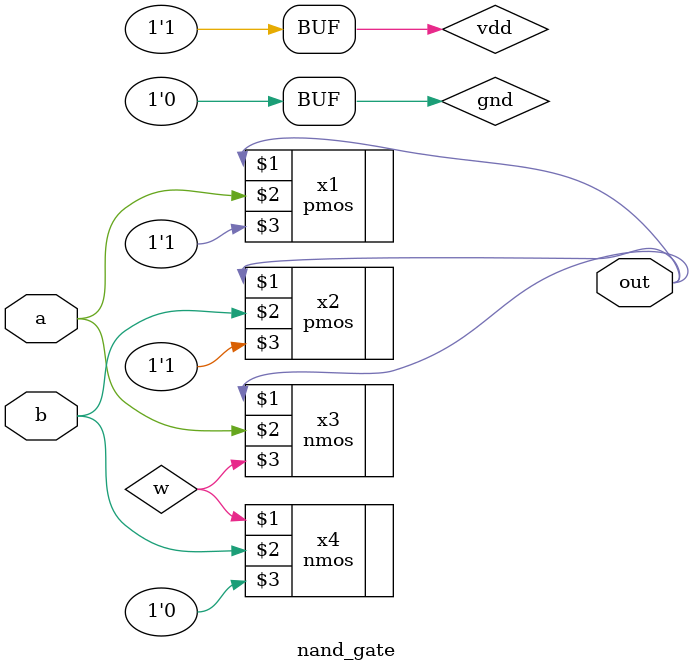
<source format=v>
`timescale 1ns / 1ps


module nand_gate(out,a,b);
input a,b;
output out;
wire w;
supply1 vdd;
supply0 gnd;
pmos x1(out,a,vdd);
pmos x2(out,b,vdd);
nmos x3(out,a,w);
nmos x4(w,b,gnd);
endmodule

</source>
